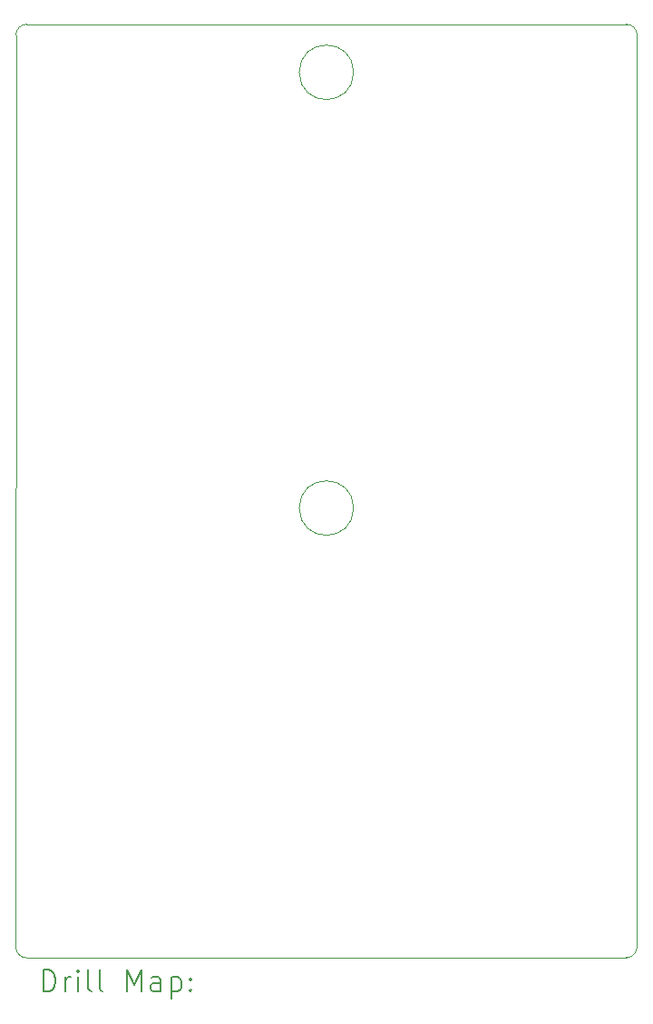
<source format=gbr>
%TF.GenerationSoftware,KiCad,Pcbnew,9.0.5-1.fc42*%
%TF.CreationDate,2025-11-09T17:32:50+08:00*%
%TF.ProjectId,JACC64-512K,4a414343-3634-42d3-9531-324b2e6b6963,rev?*%
%TF.SameCoordinates,Original*%
%TF.FileFunction,Drillmap*%
%TF.FilePolarity,Positive*%
%FSLAX45Y45*%
G04 Gerber Fmt 4.5, Leading zero omitted, Abs format (unit mm)*
G04 Created by KiCad (PCBNEW 9.0.5-1.fc42) date 2025-11-09 17:32:50*
%MOMM*%
%LPD*%
G01*
G04 APERTURE LIST*
%ADD10C,0.050000*%
%ADD11C,0.200000*%
G04 APERTURE END LIST*
D10*
X12064185Y-15314514D02*
G75*
G02*
X11964186Y-15214514I-5J99994D01*
G01*
X12065098Y-6608380D02*
X17663862Y-6608380D01*
X17663862Y-6608380D02*
G75*
G02*
X17763860Y-6708380I-2J-100000D01*
G01*
X11964185Y-15214514D02*
X11965098Y-6708380D01*
X17763862Y-6708380D02*
X17762949Y-15214514D01*
X11965098Y-6708380D02*
G75*
G02*
X12065098Y-6608378I100012J-10D01*
G01*
X17762949Y-15214514D02*
G75*
G02*
X17662949Y-15314519I-100009J4D01*
G01*
X15117780Y-11120391D02*
G75*
G02*
X14609780Y-11120391I-254000J0D01*
G01*
X14609780Y-11120391D02*
G75*
G02*
X15117780Y-11120391I254000J0D01*
G01*
X15117780Y-7056391D02*
G75*
G02*
X14609780Y-7056391I-254000J0D01*
G01*
X14609780Y-7056391D02*
G75*
G02*
X15117780Y-7056391I254000J0D01*
G01*
X17662949Y-15314514D02*
X12064185Y-15314514D01*
D11*
X12222462Y-15628497D02*
X12222462Y-15428497D01*
X12222462Y-15428497D02*
X12270081Y-15428497D01*
X12270081Y-15428497D02*
X12298652Y-15438021D01*
X12298652Y-15438021D02*
X12317700Y-15457069D01*
X12317700Y-15457069D02*
X12327223Y-15476116D01*
X12327223Y-15476116D02*
X12336747Y-15514212D01*
X12336747Y-15514212D02*
X12336747Y-15542783D01*
X12336747Y-15542783D02*
X12327223Y-15580878D01*
X12327223Y-15580878D02*
X12317700Y-15599926D01*
X12317700Y-15599926D02*
X12298652Y-15618974D01*
X12298652Y-15618974D02*
X12270081Y-15628497D01*
X12270081Y-15628497D02*
X12222462Y-15628497D01*
X12422462Y-15628497D02*
X12422462Y-15495164D01*
X12422462Y-15533259D02*
X12431985Y-15514212D01*
X12431985Y-15514212D02*
X12441509Y-15504688D01*
X12441509Y-15504688D02*
X12460557Y-15495164D01*
X12460557Y-15495164D02*
X12479604Y-15495164D01*
X12546271Y-15628497D02*
X12546271Y-15495164D01*
X12546271Y-15428497D02*
X12536747Y-15438021D01*
X12536747Y-15438021D02*
X12546271Y-15447545D01*
X12546271Y-15447545D02*
X12555795Y-15438021D01*
X12555795Y-15438021D02*
X12546271Y-15428497D01*
X12546271Y-15428497D02*
X12546271Y-15447545D01*
X12670081Y-15628497D02*
X12651033Y-15618974D01*
X12651033Y-15618974D02*
X12641509Y-15599926D01*
X12641509Y-15599926D02*
X12641509Y-15428497D01*
X12774842Y-15628497D02*
X12755795Y-15618974D01*
X12755795Y-15618974D02*
X12746271Y-15599926D01*
X12746271Y-15599926D02*
X12746271Y-15428497D01*
X13003414Y-15628497D02*
X13003414Y-15428497D01*
X13003414Y-15428497D02*
X13070081Y-15571355D01*
X13070081Y-15571355D02*
X13136747Y-15428497D01*
X13136747Y-15428497D02*
X13136747Y-15628497D01*
X13317700Y-15628497D02*
X13317700Y-15523736D01*
X13317700Y-15523736D02*
X13308176Y-15504688D01*
X13308176Y-15504688D02*
X13289128Y-15495164D01*
X13289128Y-15495164D02*
X13251033Y-15495164D01*
X13251033Y-15495164D02*
X13231985Y-15504688D01*
X13317700Y-15618974D02*
X13298652Y-15628497D01*
X13298652Y-15628497D02*
X13251033Y-15628497D01*
X13251033Y-15628497D02*
X13231985Y-15618974D01*
X13231985Y-15618974D02*
X13222462Y-15599926D01*
X13222462Y-15599926D02*
X13222462Y-15580878D01*
X13222462Y-15580878D02*
X13231985Y-15561831D01*
X13231985Y-15561831D02*
X13251033Y-15552307D01*
X13251033Y-15552307D02*
X13298652Y-15552307D01*
X13298652Y-15552307D02*
X13317700Y-15542783D01*
X13412938Y-15495164D02*
X13412938Y-15695164D01*
X13412938Y-15504688D02*
X13431985Y-15495164D01*
X13431985Y-15495164D02*
X13470081Y-15495164D01*
X13470081Y-15495164D02*
X13489128Y-15504688D01*
X13489128Y-15504688D02*
X13498652Y-15514212D01*
X13498652Y-15514212D02*
X13508176Y-15533259D01*
X13508176Y-15533259D02*
X13508176Y-15590402D01*
X13508176Y-15590402D02*
X13498652Y-15609450D01*
X13498652Y-15609450D02*
X13489128Y-15618974D01*
X13489128Y-15618974D02*
X13470081Y-15628497D01*
X13470081Y-15628497D02*
X13431985Y-15628497D01*
X13431985Y-15628497D02*
X13412938Y-15618974D01*
X13593890Y-15609450D02*
X13603414Y-15618974D01*
X13603414Y-15618974D02*
X13593890Y-15628497D01*
X13593890Y-15628497D02*
X13584366Y-15618974D01*
X13584366Y-15618974D02*
X13593890Y-15609450D01*
X13593890Y-15609450D02*
X13593890Y-15628497D01*
X13593890Y-15504688D02*
X13603414Y-15514212D01*
X13603414Y-15514212D02*
X13593890Y-15523736D01*
X13593890Y-15523736D02*
X13584366Y-15514212D01*
X13584366Y-15514212D02*
X13593890Y-15504688D01*
X13593890Y-15504688D02*
X13593890Y-15523736D01*
M02*

</source>
